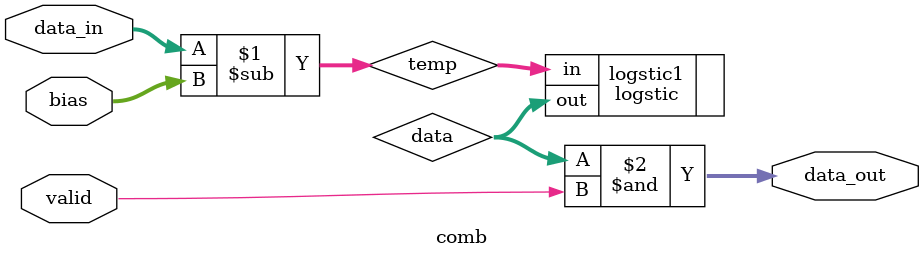
<source format=v>

module comb#(
    parameter bitwidth  =8
)(
    input [bitwidth-1:0]data_in,
    input [bitwidth-1:0]bias,
    input valid,
    output [bitwidth-1:0]data_out
);
    wire [bitwidth-1:0] data;
    /*combination logic*/

    wire[bitwidth-1:0] temp;
                    assign temp=data_in-bias;
                    logstic logstic1(
                        .in(temp),
                        .out(data)
                    );


    assign data_out=data&valid;

endmodule

</source>
